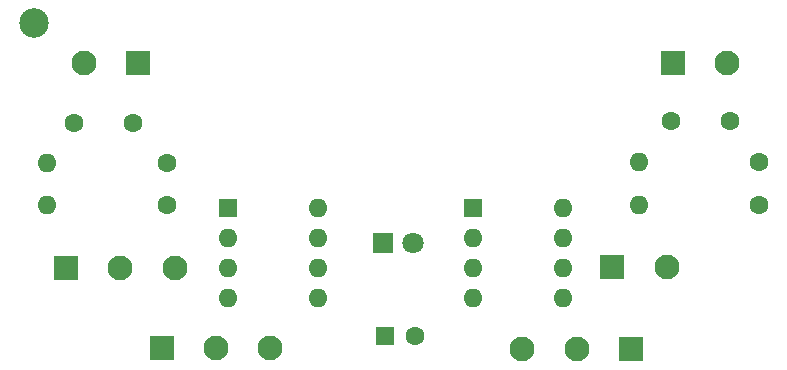
<source format=gbs>
G04 #@! TF.GenerationSoftware,KiCad,Pcbnew,(6.0.2-0)*
G04 #@! TF.CreationDate,2024-10-15T18:59:16-04:00*
G04 #@! TF.ProjectId,Common Circuits,436f6d6d-6f6e-4204-9369-726375697473,rev?*
G04 #@! TF.SameCoordinates,Original*
G04 #@! TF.FileFunction,Soldermask,Bot*
G04 #@! TF.FilePolarity,Negative*
%FSLAX46Y46*%
G04 Gerber Fmt 4.6, Leading zero omitted, Abs format (unit mm)*
G04 Created by KiCad (PCBNEW (6.0.2-0)) date 2024-10-15 18:59:16*
%MOMM*%
%LPD*%
G01*
G04 APERTURE LIST*
G04 Aperture macros list*
%AMRoundRect*
0 Rectangle with rounded corners*
0 $1 Rounding radius*
0 $2 $3 $4 $5 $6 $7 $8 $9 X,Y pos of 4 corners*
0 Add a 4 corners polygon primitive as box body*
4,1,4,$2,$3,$4,$5,$6,$7,$8,$9,$2,$3,0*
0 Add four circle primitives for the rounded corners*
1,1,$1+$1,$2,$3*
1,1,$1+$1,$4,$5*
1,1,$1+$1,$6,$7*
1,1,$1+$1,$8,$9*
0 Add four rect primitives between the rounded corners*
20,1,$1+$1,$2,$3,$4,$5,0*
20,1,$1+$1,$4,$5,$6,$7,0*
20,1,$1+$1,$6,$7,$8,$9,0*
20,1,$1+$1,$8,$9,$2,$3,0*%
G04 Aperture macros list end*
%ADD10C,1.600000*%
%ADD11O,1.600000X1.600000*%
%ADD12RoundRect,0.250001X-0.799999X-0.799999X0.799999X-0.799999X0.799999X0.799999X-0.799999X0.799999X0*%
%ADD13C,2.100000*%
%ADD14R,1.600000X1.600000*%
%ADD15RoundRect,0.250001X0.799999X0.799999X-0.799999X0.799999X-0.799999X-0.799999X0.799999X-0.799999X0*%
%ADD16C,2.500000*%
%ADD17R,1.800000X1.800000*%
%ADD18C,1.800000*%
G04 APERTURE END LIST*
D10*
X157430000Y-78050000D03*
D11*
X147270000Y-78050000D03*
D12*
X98750000Y-83400000D03*
D13*
X103350000Y-83400000D03*
X107950000Y-83400000D03*
D12*
X145000000Y-83300000D03*
D13*
X149600000Y-83300000D03*
D12*
X150150000Y-66000000D03*
D13*
X154750000Y-66000000D03*
D14*
X133200000Y-78300000D03*
D11*
X133200000Y-80840000D03*
X133200000Y-83380000D03*
X133200000Y-85920000D03*
X140820000Y-85920000D03*
X140820000Y-83380000D03*
X140820000Y-80840000D03*
X140820000Y-78300000D03*
D10*
X157430000Y-74350000D03*
D11*
X147270000Y-74350000D03*
D10*
X154950000Y-70950000D03*
X149950000Y-70950000D03*
X107300000Y-78000000D03*
D11*
X97140000Y-78000000D03*
D13*
X137400000Y-90200000D03*
X142000000Y-90200000D03*
D15*
X146600000Y-90200000D03*
D14*
X125794888Y-89150000D03*
D10*
X128294888Y-89150000D03*
D15*
X104850000Y-66000000D03*
D13*
X100250000Y-66000000D03*
D10*
X107280000Y-74500000D03*
D11*
X97120000Y-74500000D03*
D10*
X104400000Y-71100000D03*
X99400000Y-71100000D03*
D16*
X96000000Y-62650000D03*
D14*
X112500000Y-78300000D03*
D11*
X112500000Y-80840000D03*
X112500000Y-83380000D03*
X112500000Y-85920000D03*
X120120000Y-85920000D03*
X120120000Y-83380000D03*
X120120000Y-80840000D03*
X120120000Y-78300000D03*
D12*
X106850000Y-90150000D03*
D13*
X111450000Y-90150000D03*
X116050000Y-90150000D03*
D17*
X125625000Y-81250000D03*
D18*
X128165000Y-81250000D03*
M02*

</source>
